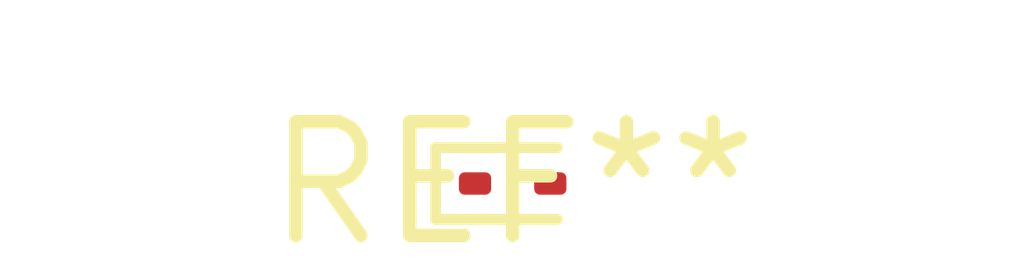
<source format=kicad_pcb>
(kicad_pcb (version 20240108) (generator pcbnew)
  (layers (0 "F.Cu" signal) (31 "B.Cu" signal) (34 "B.Paste" user) (35 "F.Paste" user) (36 "B.SilkS" user "B.Silkscreen") (37 "F.SilkS" user "F.Silkscreen") (38 "B.Mask" user) (39 "F.Mask" user) (44 "Edge.Cuts" user))
  (net 0 "")
  (footprint "D_SOD-923" (layer "F.Cu") (at 0 0)
    (property "Reference" "REF**")
    (property "Value" "D_SOD-923")
    (fp_line (start -0.86 -0.4) (end -0.86 0.4) (layer "F.SilkS") (stroke (width 0.12)))
    (fp_line (start 0.5 -0.4) (end -0.86 -0.4) (layer "F.SilkS") (stroke (width 0.12)))
    (fp_line (start 0.5 0.4) (end -0.86 0.4) (layer "F.SilkS") (stroke (width 0.12)))
    (pad "1" smd roundrect (at -0.42 0 180) (size 0.36 0.25) (layers "F.Cu" "F.Paste" "F.Mask"))
    (pad "2" smd roundrect (at 0.42 0 180) (size 0.36 0.25) (layers "F.Cu" "F.Paste" "F.Mask"))
  )
)
</source>
